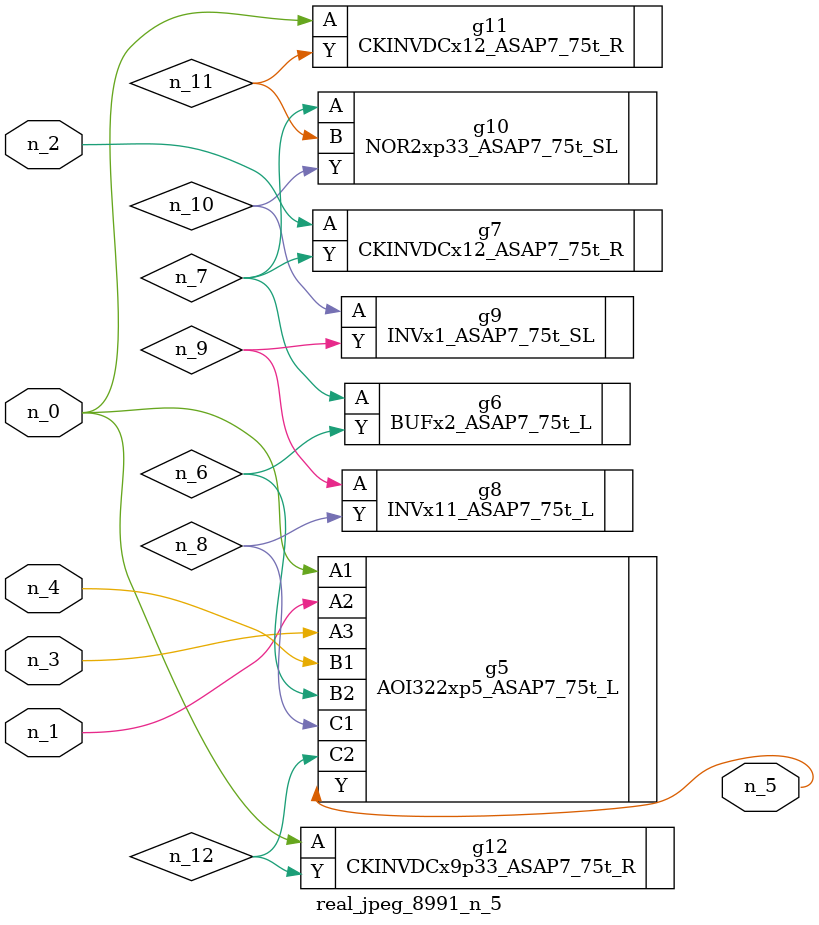
<source format=v>
module real_jpeg_8991_n_5 (n_4, n_0, n_1, n_2, n_3, n_5);

input n_4;
input n_0;
input n_1;
input n_2;
input n_3;

output n_5;

wire n_12;
wire n_8;
wire n_11;
wire n_6;
wire n_7;
wire n_10;
wire n_9;

AOI322xp5_ASAP7_75t_L g5 ( 
.A1(n_0),
.A2(n_1),
.A3(n_3),
.B1(n_4),
.B2(n_6),
.C1(n_8),
.C2(n_12),
.Y(n_5)
);

CKINVDCx12_ASAP7_75t_R g11 ( 
.A(n_0),
.Y(n_11)
);

CKINVDCx9p33_ASAP7_75t_R g12 ( 
.A(n_0),
.Y(n_12)
);

CKINVDCx12_ASAP7_75t_R g7 ( 
.A(n_2),
.Y(n_7)
);

BUFx2_ASAP7_75t_L g6 ( 
.A(n_7),
.Y(n_6)
);

NOR2xp33_ASAP7_75t_SL g10 ( 
.A(n_7),
.B(n_11),
.Y(n_10)
);

INVx11_ASAP7_75t_L g8 ( 
.A(n_9),
.Y(n_8)
);

INVx1_ASAP7_75t_SL g9 ( 
.A(n_10),
.Y(n_9)
);


endmodule
</source>
